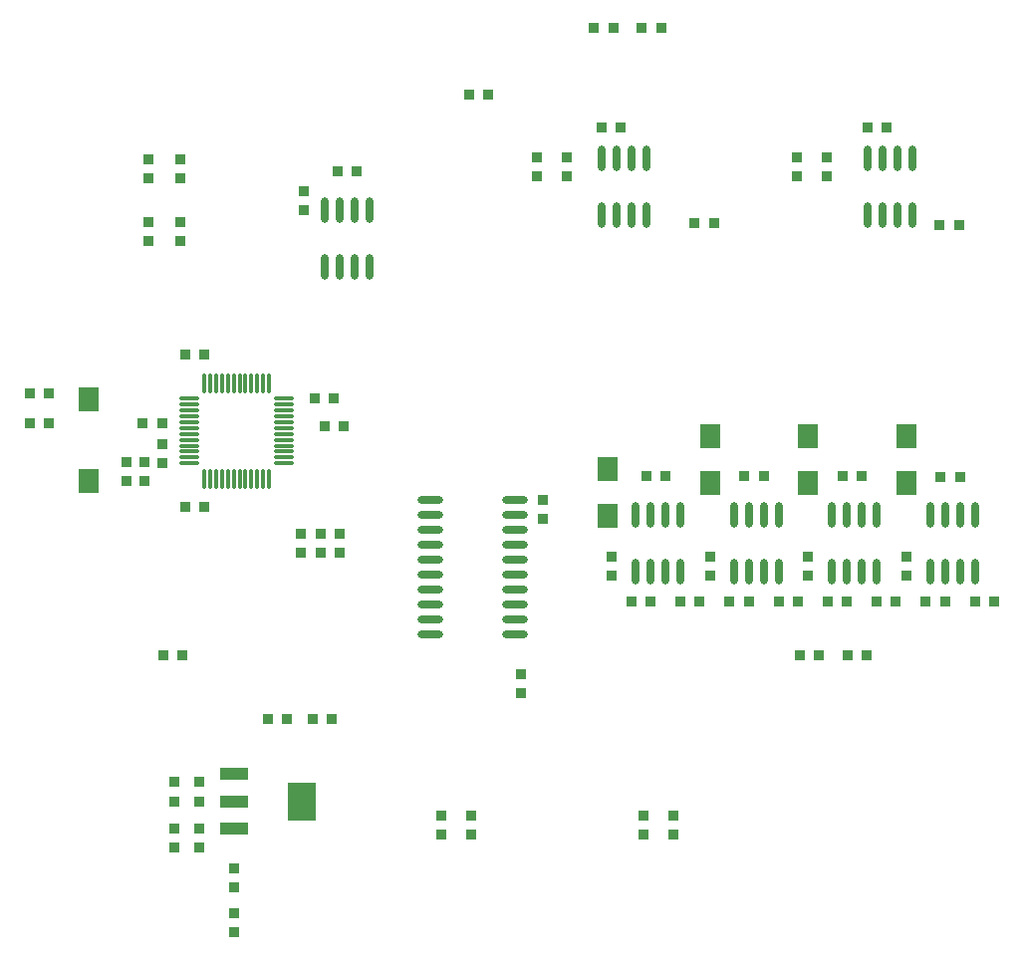
<source format=gtp>
G04*
G04 #@! TF.GenerationSoftware,Altium Limited,Altium Designer,18.1.9 (240)*
G04*
G04 Layer_Color=8421504*
%FSLAX25Y25*%
%MOIN*%
G70*
G01*
G75*
%ADD19O,0.08653X0.02362*%
%ADD20R,0.09449X0.12992*%
%ADD21R,0.09449X0.03937*%
%ADD22R,0.03700X0.03200*%
%ADD23R,0.03200X0.03700*%
%ADD24O,0.02362X0.08661*%
%ADD25R,0.07087X0.07874*%
%ADD26O,0.01181X0.07087*%
%ADD27O,0.07087X0.01181*%
D19*
X211173Y128000D02*
D03*
Y123000D02*
D03*
X182827D02*
D03*
Y128000D02*
D03*
Y168000D02*
D03*
Y163000D02*
D03*
Y158000D02*
D03*
Y153000D02*
D03*
Y148000D02*
D03*
Y143000D02*
D03*
Y138000D02*
D03*
Y133000D02*
D03*
X211173D02*
D03*
Y138000D02*
D03*
Y143000D02*
D03*
Y148000D02*
D03*
Y153000D02*
D03*
Y158000D02*
D03*
Y163000D02*
D03*
Y168000D02*
D03*
D20*
X139917Y67055D02*
D03*
D21*
X117083Y58000D02*
D03*
Y67055D02*
D03*
Y76110D02*
D03*
D22*
X134900Y94500D02*
D03*
X128500D02*
D03*
X143500D02*
D03*
X149900D02*
D03*
X253600Y326000D02*
D03*
X260000D02*
D03*
X244000D02*
D03*
X237600D02*
D03*
X158200Y278000D02*
D03*
X151800D02*
D03*
X294333Y176000D02*
D03*
X287933D02*
D03*
X261500D02*
D03*
X255100D02*
D03*
X256500Y134000D02*
D03*
X250100D02*
D03*
X272900D02*
D03*
X266500D02*
D03*
X289333D02*
D03*
X282933D02*
D03*
X305733D02*
D03*
X299333D02*
D03*
X312850Y116001D02*
D03*
X306450D02*
D03*
X322167Y134000D02*
D03*
X315767D02*
D03*
X338567D02*
D03*
X332167D02*
D03*
X355000D02*
D03*
X348600D02*
D03*
X371400D02*
D03*
X365000D02*
D03*
X322333Y116000D02*
D03*
X328733D02*
D03*
X86600Y193500D02*
D03*
X93000D02*
D03*
X55200Y203500D02*
D03*
X48800D02*
D03*
X55200Y193600D02*
D03*
X48800D02*
D03*
X107173Y216500D02*
D03*
X100773D02*
D03*
X144000Y201827D02*
D03*
X150400D02*
D03*
X147300Y192500D02*
D03*
X153700D02*
D03*
X107173Y165500D02*
D03*
X100773D02*
D03*
X99700Y116000D02*
D03*
X93300D02*
D03*
X320767Y176000D02*
D03*
X327167D02*
D03*
X353600Y175673D02*
D03*
X360000D02*
D03*
X195800Y303500D02*
D03*
X202200D02*
D03*
X277667Y260700D02*
D03*
X271267D02*
D03*
X353267Y259800D02*
D03*
X359667D02*
D03*
X246400Y292700D02*
D03*
X240000D02*
D03*
X335567D02*
D03*
X329167D02*
D03*
D23*
X140500Y271400D02*
D03*
Y265000D02*
D03*
X99000Y260900D02*
D03*
Y254500D02*
D03*
X117083Y38100D02*
D03*
Y44500D02*
D03*
Y29500D02*
D03*
Y23100D02*
D03*
X105500Y67055D02*
D03*
Y73455D02*
D03*
Y58000D02*
D03*
Y51600D02*
D03*
X97000Y58000D02*
D03*
Y51600D02*
D03*
Y67055D02*
D03*
Y73455D02*
D03*
X228500Y276200D02*
D03*
Y282600D02*
D03*
X218500D02*
D03*
Y276200D02*
D03*
X315500D02*
D03*
Y282600D02*
D03*
X305500D02*
D03*
Y276200D02*
D03*
X243500Y149000D02*
D03*
Y142600D02*
D03*
X276333Y149000D02*
D03*
Y142600D02*
D03*
X342000Y149000D02*
D03*
Y142600D02*
D03*
X309167Y149000D02*
D03*
Y142600D02*
D03*
X88500Y275500D02*
D03*
Y281900D02*
D03*
X99000Y275500D02*
D03*
Y281900D02*
D03*
X88500Y260900D02*
D03*
Y254500D02*
D03*
X93000Y180173D02*
D03*
Y186573D02*
D03*
X87000Y180500D02*
D03*
Y174100D02*
D03*
X81000D02*
D03*
Y180500D02*
D03*
X152500Y150300D02*
D03*
Y156700D02*
D03*
X146055D02*
D03*
Y150300D02*
D03*
X139555Y156700D02*
D03*
Y150300D02*
D03*
X264000Y56000D02*
D03*
Y62400D02*
D03*
X254000Y56000D02*
D03*
Y62400D02*
D03*
X196500Y56000D02*
D03*
Y62400D02*
D03*
X186500Y56000D02*
D03*
Y62400D02*
D03*
X213000Y103100D02*
D03*
Y109500D02*
D03*
X220500Y168000D02*
D03*
Y161600D02*
D03*
D24*
X162500Y264949D02*
D03*
X157500D02*
D03*
X152500D02*
D03*
X147500D02*
D03*
X162500Y246051D02*
D03*
X157500D02*
D03*
X152500D02*
D03*
X147500D02*
D03*
X255000Y282098D02*
D03*
X250000D02*
D03*
X245000D02*
D03*
X240000D02*
D03*
X255000Y263200D02*
D03*
X250000D02*
D03*
X245000D02*
D03*
X240000D02*
D03*
X329167D02*
D03*
X334167D02*
D03*
X339167D02*
D03*
X344167D02*
D03*
X329167Y282098D02*
D03*
X334167D02*
D03*
X339167D02*
D03*
X344167D02*
D03*
X266500Y162898D02*
D03*
X261500D02*
D03*
X256500D02*
D03*
X251500D02*
D03*
X266500Y144000D02*
D03*
X261500D02*
D03*
X256500D02*
D03*
X251500D02*
D03*
X299333Y162898D02*
D03*
X294333D02*
D03*
X289333D02*
D03*
X284333D02*
D03*
X299333Y144000D02*
D03*
X294333D02*
D03*
X289333D02*
D03*
X284333D02*
D03*
X332167Y162898D02*
D03*
X327167D02*
D03*
X322167D02*
D03*
X317167D02*
D03*
X332167Y144000D02*
D03*
X327167D02*
D03*
X322167D02*
D03*
X317167D02*
D03*
X365000Y162898D02*
D03*
X360000D02*
D03*
X355000D02*
D03*
X350000D02*
D03*
X365000Y144000D02*
D03*
X360000D02*
D03*
X355000D02*
D03*
X350000D02*
D03*
D25*
X342000Y189248D02*
D03*
Y173500D02*
D03*
X309167Y189248D02*
D03*
Y173500D02*
D03*
X276333Y189248D02*
D03*
Y173500D02*
D03*
X68500Y174100D02*
D03*
Y201659D02*
D03*
X242000Y162500D02*
D03*
Y178248D02*
D03*
D26*
X107173Y175055D02*
D03*
X109142D02*
D03*
X111110D02*
D03*
X113079D02*
D03*
X115047D02*
D03*
X117016D02*
D03*
X118984D02*
D03*
X120953D02*
D03*
X122921D02*
D03*
X124890D02*
D03*
X126858D02*
D03*
X128827D02*
D03*
Y206945D02*
D03*
X126858D02*
D03*
X124890D02*
D03*
X122921D02*
D03*
X120953D02*
D03*
X118984D02*
D03*
X117016D02*
D03*
X115047D02*
D03*
X113079D02*
D03*
X111110D02*
D03*
X109142D02*
D03*
X107173D02*
D03*
D27*
X133945Y180173D02*
D03*
Y182142D02*
D03*
Y184110D02*
D03*
Y186079D02*
D03*
Y188047D02*
D03*
Y190016D02*
D03*
Y191984D02*
D03*
Y193953D02*
D03*
Y195921D02*
D03*
Y197890D02*
D03*
Y199858D02*
D03*
Y201827D02*
D03*
X102055D02*
D03*
Y199858D02*
D03*
Y197890D02*
D03*
Y195921D02*
D03*
Y193953D02*
D03*
Y191984D02*
D03*
Y190016D02*
D03*
Y188047D02*
D03*
Y186079D02*
D03*
Y184110D02*
D03*
Y182142D02*
D03*
Y180173D02*
D03*
M02*

</source>
